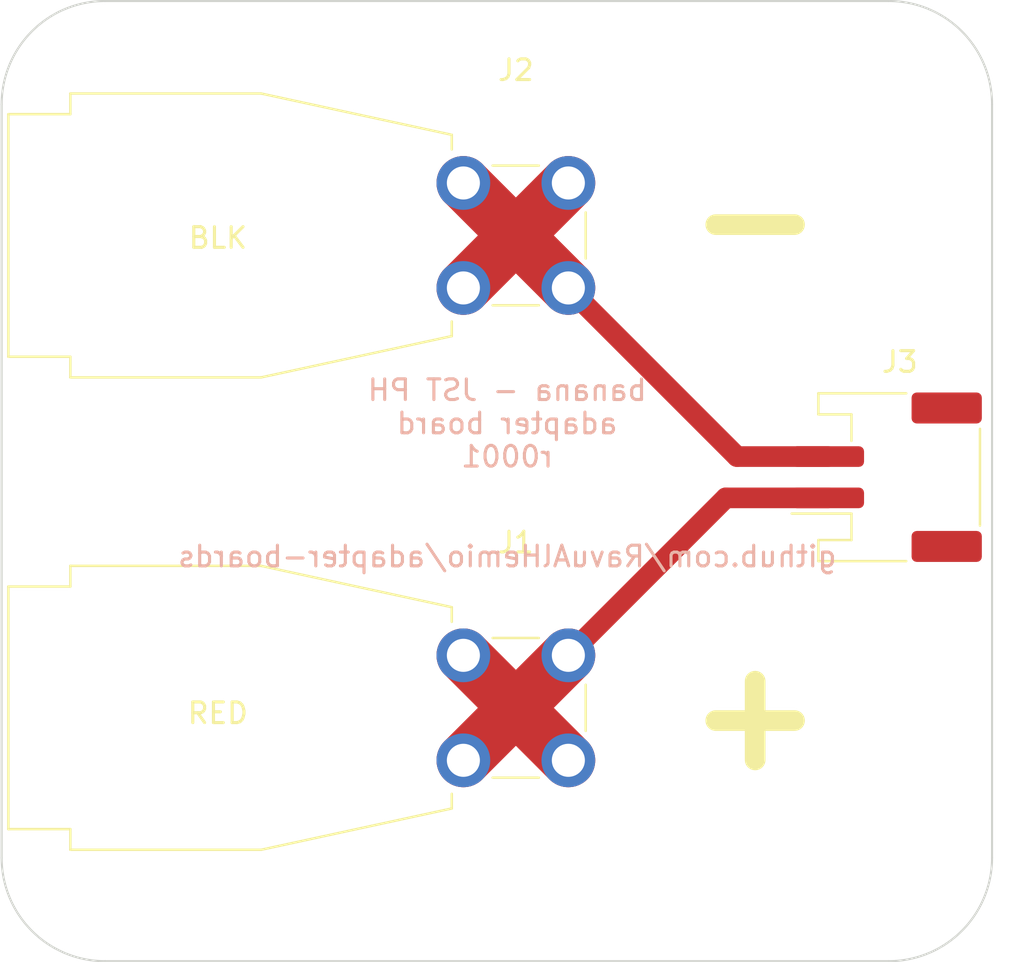
<source format=kicad_pcb>
(kicad_pcb (version 20221018) (generator pcbnew)
  (layers (0 "F.Cu" signal) (31 "B.Cu" signal) (34 "B.Paste" user) (35 "F.Paste" user) (36 "B.SilkS" user "B.Silkscreen") (37 "F.SilkS" user "F.Silkscreen") (38 "B.Mask" user) (39 "F.Mask" user) (44 "Edge.Cuts" user))
  (net 0 "")
  (net 1 "/POS")
  (net 2 "/NEG")
  (footprint "Connector:CalTest_CT3151" (layer "F.Cu") (at 78.88 76.2)
    (fp_text reference "J1" (at 2.54 -5.46) (layer "F.SilkS"))
    (fp_text value "CalTest_CT3151-2_Banana_RED")
    (fp_line (start -22.02 -3.33) (end -19.02 -3.33) (stroke (width 0.12)) (layer "F.SilkS"))
    (fp_line (start -22.02 8.41) (end -22.02 -3.33) (stroke (width 0.12)) (layer "F.SilkS"))
    (fp_line (start -19.02 -4.33) (end -9.79 -4.33) (stroke (width 0.12)) (layer "F.SilkS"))
    (fp_line (start -19.02 -3.33) (end -19.02 -4.33) (stroke (width 0.12)) (layer "F.SilkS"))
    (fp_line (start -19.02 8.41) (end -22.02 8.41) (stroke (width 0.12)) (layer "F.SilkS"))
    (fp_line (start -19.02 9.41) (end -19.02 8.41) (stroke (width 0.12)) (layer "F.SilkS"))
    (fp_line (start -9.79 -4.33) (end -0.561 -2.33) (stroke (width 0.12)) (layer "F.SilkS"))
    (fp_line (start -9.79 9.41) (end -19.02 9.41) (stroke (width 0.12)) (layer "F.SilkS"))
    (fp_line (start -0.561 -2.33) (end -0.561 -1.623) (stroke (width 0.12)) (layer "F.SilkS"))
    (fp_line (start -0.561 6.703) (end -0.561 7.41) (stroke (width 0.12)) (layer "F.SilkS"))
    (fp_line (start -0.561 7.41) (end -9.79 9.41) (stroke (width 0.12)) (layer "F.SilkS"))
    (fp_line (start 1.417 -0.84) (end 3.652 -0.84) (stroke (width 0.12)) (layer "F.SilkS"))
    (fp_line (start 3.653 5.92) (end 1.417 5.92) (stroke (width 0.12)) (layer "F.SilkS"))
    (fp_line (start 5.92 1.425) (end 5.92 3.656) (stroke (width 0.12)) (layer "F.SilkS"))
    (pad "1" thru_hole circle (at 0 0) (size 2.6 2.6) (drill 1.6) (layers "*.Cu" "*.Mask") (net 1 "/POS"))
    (pad "1" thru_hole circle (at 0 5.08) (size 2.6 2.6) (drill 1.6) (layers "*.Cu" "*.Mask") (net 1 "/POS"))
    (pad "1" thru_hole circle (at 5.08 0) (size 2.6 2.6) (drill 1.6) (layers "*.Cu" "*.Mask") (net 1 "/POS"))
    (pad "1" thru_hole circle (at 5.08 5.08) (size 2.6 2.6) (drill 1.6) (layers "*.Cu" "*.Mask") (net 1 "/POS"))
  )
  (footprint "Connector_JST:JST_PH_S2B-PH-SM4-TB_1x02-1MP_P2.00mm_Horizontal" (layer "F.Cu") (at 99.37 67.58 90)
    (fp_text reference "J3" (at 5.58 0.63 180) (layer "F.SilkS"))
    (fp_text value "S2B-PH-SM4-TB")
    (fp_line (start -4.06 -3.31) (end -3.04 -3.31) (stroke (width 0.12)) (layer "F.SilkS"))
    (fp_line (start -4.06 0.94) (end -4.06 -3.31) (stroke (width 0.12)) (layer "F.SilkS"))
    (fp_line (start -3.04 -3.31) (end -3.04 -1.71) (stroke (width 0.12)) (layer "F.SilkS"))
    (fp_line (start -3.04 -1.71) (end -1.76 -1.71) (stroke (width 0.12)) (layer "F.SilkS"))
    (fp_line (start -2.34 4.51) (end 2.34 4.51) (stroke (width 0.12)) (layer "F.SilkS"))
    (fp_line (start -1.76 -1.71) (end -1.76 -4.6) (stroke (width 0.12)) (layer "F.SilkS"))
    (fp_line (start 3.04 -3.31) (end 3.04 -1.71) (stroke (width 0.12)) (layer "F.SilkS"))
    (fp_line (start 3.04 -1.71) (end 1.76 -1.71) (stroke (width 0.12)) (layer "F.SilkS"))
    (fp_line (start 4.06 -3.31) (end 3.04 -3.31) (stroke (width 0.12)) (layer "F.SilkS"))
    (fp_line (start 4.06 0.94) (end 4.06 -3.31) (stroke (width 0.12)) (layer "F.SilkS"))
    (pad "1" smd roundrect (at -1 -2.85 90) (size 1 3.5) (layers "F.Cu" "F.Paste" "F.Mask") (net 1 "/POS"))
    (pad "2" smd roundrect (at 1 -2.85 90) (size 1 3.5) (layers "F.Cu" "F.Paste" "F.Mask") (net 2 "/NEG"))
    (pad "MP" smd roundrect (at -3.35 2.9 90) (size 1.5 3.4) (layers "F.Cu" "F.Paste" "F.Mask") (roundrect_rratio 0.1666673333))
    (pad "MP" smd roundrect (at 3.35 2.9 90) (size 1.5 3.4) (layers "F.Cu" "F.Paste" "F.Mask") (roundrect_rratio 0.1666673333))
  )
  (footprint "Connector:CalTest_CT3151" (layer "F.Cu") (at 78.88 53.34)
    (fp_text reference "J2" (at 2.54 -5.46) (layer "F.SilkS"))
    (fp_text value "CalTest_CT3151-0_Banana_BLK")
    (fp_line (start -22.02 -3.33) (end -19.02 -3.33) (stroke (width 0.12)) (layer "F.SilkS"))
    (fp_line (start -22.02 8.41) (end -22.02 -3.33) (stroke (width 0.12)) (layer "F.SilkS"))
    (fp_line (start -19.02 -4.33) (end -9.79 -4.33) (stroke (width 0.12)) (layer "F.SilkS"))
    (fp_line (start -19.02 -3.33) (end -19.02 -4.33) (stroke (width 0.12)) (layer "F.SilkS"))
    (fp_line (start -19.02 8.41) (end -22.02 8.41) (stroke (width 0.12)) (layer "F.SilkS"))
    (fp_line (start -19.02 9.41) (end -19.02 8.41) (stroke (width 0.12)) (layer "F.SilkS"))
    (fp_line (start -9.79 -4.33) (end -0.561 -2.33) (stroke (width 0.12)) (layer "F.SilkS"))
    (fp_line (start -9.79 9.41) (end -19.02 9.41) (stroke (width 0.12)) (layer "F.SilkS"))
    (fp_line (start -0.561 -2.33) (end -0.561 -1.623) (stroke (width 0.12)) (layer "F.SilkS"))
    (fp_line (start -0.561 6.703) (end -0.561 7.41) (stroke (width 0.12)) (layer "F.SilkS"))
    (fp_line (start -0.561 7.41) (end -9.79 9.41) (stroke (width 0.12)) (layer "F.SilkS"))
    (fp_line (start 1.417 -0.84) (end 3.652 -0.84) (stroke (width 0.12)) (layer "F.SilkS"))
    (fp_line (start 3.653 5.92) (end 1.417 5.92) (stroke (width 0.12)) (layer "F.SilkS"))
    (fp_line (start 5.92 1.425) (end 5.92 3.656) (stroke (width 0.12)) (layer "F.SilkS"))
    (pad "1" thru_hole circle (at 0 0) (size 2.6 2.6) (drill 1.6) (layers "*.Cu" "*.Mask") (net 2 "/NEG"))
    (pad "1" thru_hole circle (at 0 5.08) (size 2.6 2.6) (drill 1.6) (layers "*.Cu" "*.Mask") (net 2 "/NEG"))
    (pad "1" thru_hole circle (at 5.08 0) (size 2.6 2.6) (drill 1.6) (layers "*.Cu" "*.Mask") (net 2 "/NEG"))
    (pad "1" thru_hole circle (at 5.08 5.08) (size 2.6 2.6) (drill 1.6) (layers "*.Cu" "*.Mask") (net 2 "/NEG"))
  )
  (gr_line (start 61.535534 44.535534) (end 99.464466 44.535534) (stroke (width 0.1)) (layer "Edge.Cuts"))
  (gr_arc (start 56.535534 49.535534) (mid 58 46) (end 61.535534 44.535534) (stroke (width 0.1)) (layer "Edge.Cuts"))
  (gr_arc (start 104.464466 86) (mid 103 89.535534) (end 99.464466 91) (stroke (width 0.1)) (layer "Edge.Cuts"))
  (gr_arc (start 99.464466 44.535534) (mid 103 46) (end 104.464466 49.535534) (stroke (width 0.1)) (layer "Edge.Cuts"))
  (gr_line (start 56.535534 49.535534) (end 56.535534 86) (stroke (width 0.1)) (layer "Edge.Cuts"))
  (gr_line (start 61.535534 91) (end 99.464466 91) (stroke (width 0.1)) (layer "Edge.Cuts"))
  (gr_line (start 104.464466 86) (end 104.464466 49.535534) (stroke (width 0.1)) (layer "Edge.Cuts"))
  (gr_arc (start 61.535534 91) (mid 58 89.535534) (end 56.535534 86) (stroke (width 0.1)) (layer "Edge.Cuts"))
  (gr_text "banana - JST PH\nadapter board\nr0001\n\n\ngithub.com/RavuAlHemio/adapter-boards" (at 81 72) (layer "B.SilkS") (effects (font (size 1 1)) (justify bottom mirror)))
  (gr_text "RED" (at 67 79) (layer "F.SilkS") (effects (font (size 1 1))))
  (gr_text "+" (at 93 79) (layer "F.SilkS") (effects (font (size 5 5) (thickness 1) bold)))
  (gr_text "-" (at 93 55) (layer "F.SilkS") (effects (font (size 5 5) (thickness 1) bold)))
  (gr_text "BLK" (at 67 56) (layer "F.SilkS") (effects (font (size 1 1))))
  (segment (start 78.88 76.2) (end 83.96 81.28) (width 2.6) (layer "F.Cu") (net 1))
  (segment (start 91.58 68.58) (end 96.52 68.58) (width 1) (layer "F.Cu") (net 1))
  (segment (start 83.96 76.2) (end 91.58 68.58) (width 1) (layer "F.Cu") (net 1))
  (segment (start 78.88 81.28) (end 83.96 76.2) (width 2.6) (layer "F.Cu") (net 1))
  (segment (start 96.52 66.58) (end 92.12 66.58) (width 1) (layer "F.Cu") (net 2))
  (segment (start 78.88 53.34) (end 83.96 58.42) (width 2.6) (layer "F.Cu") (net 2))
  (segment (start 78.88 58.42) (end 83.96 53.34) (width 2.6) (layer "F.Cu") (net 2))
  (segment (start 92.12 66.58) (end 83.96 58.42) (width 1) (layer "F.Cu") (net 2))
)
</source>
